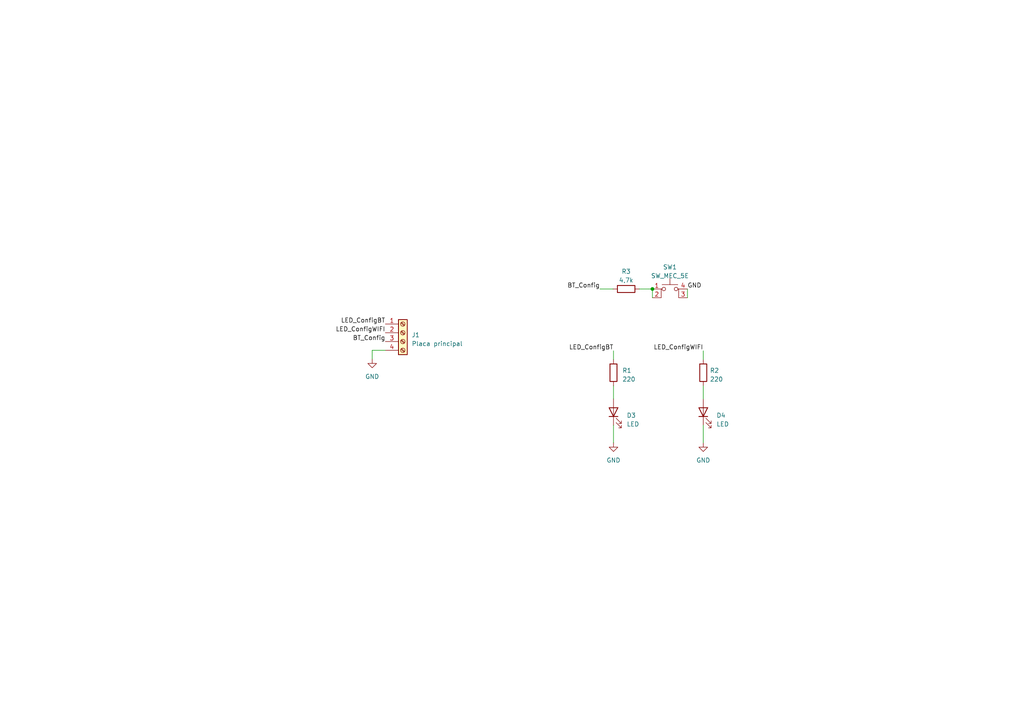
<source format=kicad_sch>
(kicad_sch (version 20230121) (generator eeschema)
  (paper "A4")
  (lib_symbols
    (symbol "Connector:Screw_Terminal_01x04" (pin_names (offset 1.016) hide)
      (property "Reference" "J" (at 0 5.08 0))
      (property "Value" "Screw_Terminal_01x04" (at 0 -7.62 0))
      (symbol "Screw_Terminal_01x04_1_1"
        (rectangle (start -1.27 3.81) (end 1.27 -6.35) (stroke (width 0.254)) (fill (type background)))
        (circle (center 0 -5.08) (radius 0.635) (stroke (width 0.1524)))
        (circle (center 0 -2.54) (radius 0.635) (stroke (width 0.1524)))
        (polyline (pts (xy -0.5334 -4.7498) (xy 0.3302 -5.588)) (stroke (width 0.1524)))
        (polyline (pts (xy -0.5334 -2.2098) (xy 0.3302 -3.048)) (stroke (width 0.1524)))
        (polyline (pts (xy -0.5334 0.3302) (xy 0.3302 -0.508)) (stroke (width 0.1524)))
        (polyline (pts (xy -0.5334 2.8702) (xy 0.3302 2.032)) (stroke (width 0.1524)))
        (polyline (pts (xy -0.3556 -4.572) (xy 0.508 -5.4102)) (stroke (width 0.1524)))
        (polyline (pts (xy -0.3556 -2.032) (xy 0.508 -2.8702)) (stroke (width 0.1524)))
        (polyline (pts (xy -0.3556 0.508) (xy 0.508 -0.3302)) (stroke (width 0.1524)))
        (polyline (pts (xy -0.3556 3.048) (xy 0.508 2.2098)) (stroke (width 0.1524)))
        (circle (center 0 0) (radius 0.635) (stroke (width 0.1524)))
        (circle (center 0 2.54) (radius 0.635) (stroke (width 0.1524)))
        (pin passive line (at -5.08 2.54 0) (length 3.81) (name "Pin_1") (number "1"))
        (pin passive line (at -5.08 0 0) (length 3.81) (name "Pin_2") (number "2"))
        (pin passive line (at -5.08 -2.54 0) (length 3.81) (name "Pin_3") (number "3"))
        (pin passive line (at -5.08 -5.08 0) (length 3.81) (name "Pin_4") (number "4"))
      )
    )
    (symbol "Device:LED" (pin_numbers hide) (pin_names (offset 1.016) hide)
      (property "Reference" "D" (at 0 2.54 0))
      (property "Value" "LED" (at 0 -2.54 0))
      (symbol "LED_0_1"
        (polyline (pts (xy -1.27 -1.27) (xy -1.27 1.27)) (stroke (width 0.254)))
        (polyline (pts (xy -1.27 0) (xy 1.27 0)))
        (polyline (pts (xy 1.27 -1.27) (xy 1.27 1.27) (xy -1.27 0) (xy 1.27 -1.27)) (stroke (width 0.254)))
        (polyline (pts (xy -3.048 -0.762) (xy -4.572 -2.286) (xy -3.81 -2.286) (xy -4.572 -2.286) (xy -4.572 -1.524)))
        (polyline (pts (xy -1.778 -0.762) (xy -3.302 -2.286) (xy -2.54 -2.286) (xy -3.302 -2.286) (xy -3.302 -1.524)))
      )
      (symbol "LED_1_1"
        (pin passive line (at -3.81 0 0) (length 2.54) (name "K") (number "1"))
        (pin passive line (at 3.81 0 180) (length 2.54) (name "A") (number "2"))
      )
    )
    (symbol "Device:R" (pin_numbers hide) (pin_names (offset 0))
      (property "Reference" "R" (at 2.032 0 90))
      (property "Value" "R" (at 0 0 90))
      (symbol "R_0_1"
        (rectangle (start -1.016 -2.54) (end 1.016 2.54) (stroke (width 0.254)))
      )
      (symbol "R_1_1"
        (pin passive line (at 0 3.81 270) (length 1.27) (name "~") (number "1"))
        (pin passive line (at 0 -3.81 90) (length 1.27) (name "~") (number "2"))
      )
    )
    (symbol "Switch:SW_MEC_5E" (pin_names (offset 1.016) hide)
      (property "Reference" "SW" (at 0.635 5.715 0))
      (property "Value" "SW_MEC_5E" (at 0 -3.175 0))
      (symbol "SW_MEC_5E_0_1"
        (circle (center -1.778 2.54) (radius 0.508))
        (polyline (pts (xy -2.286 3.81) (xy 2.286 3.81)))
        (polyline (pts (xy 0 3.81) (xy 0 5.588)))
        (polyline (pts (xy -2.54 0) (xy -2.54 2.54) (xy -2.286 2.54)))
        (polyline (pts (xy 2.54 0) (xy 2.54 2.54) (xy 2.286 2.54)))
        (circle (center 1.778 2.54) (radius 0.508))
        (pin passive line (at -5.08 2.54 0) (length 2.54) (name "1") (number "1"))
        (pin passive line (at -5.08 0 0) (length 2.54) (name "2") (number "2"))
        (pin passive line (at 5.08 0 180) (length 2.54) (name "K") (number "3"))
        (pin passive line (at 5.08 2.54 180) (length 2.54) (name "A") (number "4"))
      )
    )
    (symbol "power:GND" (power) (pin_names (offset 0))
      (property "Value" "GND" (at 0 -3.81 0))
      (symbol "GND_0_1"
        (polyline (pts (xy 0 0) (xy 0 -1.27) (xy 1.27 -1.27) (xy 0 -2.54) (xy -1.27 -1.27) (xy 0 -1.27)))
      )
      (symbol "GND_1_1"
        (pin power_in line (at 0 0 270) (length 0) hide (name "GND") (number "1"))
      )
    )
  )
  (junction (at 189.23 83.82))
  (wire (pts (xy 177.9373 111.9091) (xy 177.9373 115.7191)))
  (wire (pts (xy 173.99 83.82) (xy 177.8 83.82)))
  (wire (pts (xy 203.9723 101.7491) (xy 203.9723 104.2891)))
  (wire (pts (xy 185.42 83.82) (xy 189.23 83.82)))
  (wire (pts (xy 189.23 83.82) (xy 189.23 86.36)))
  (wire (pts (xy 199.39 83.82) (xy 199.39 86.36)))
  (wire (pts (xy 177.9373 101.7491) (xy 177.9373 104.2891)))
  (wire (pts (xy 107.95 104.14) (xy 107.95 101.6)))
  (wire (pts (xy 107.95 101.6) (xy 111.76 101.6)))
  (wire (pts (xy 203.9723 111.9091) (xy 203.9723 115.7191)))
  (wire (pts (xy 203.9723 128.4191) (xy 203.9723 123.3391)))
  (wire (pts (xy 177.9373 128.4191) (xy 177.9373 123.3391)))
  (label "BT_Config" (at 111.76 99.06 180))
  (label "GND" (at 199.39 83.82 0))
  (label "LED_ConfigWIFI" (at 111.76 96.52 180))
  (label "LED_ConfigBT" (at 177.9373 101.7491 180))
  (label "LED_ConfigBT" (at 111.76 93.98 180))
  (label "LED_ConfigWIFI" (at 203.9723 101.7491 180))
  (label "BT_Config" (at 173.99 83.82 180))
  (symbol (lib_id "Connector:Screw_Terminal_01x04") (at 116.84 96.52 0) (unit 1)
    (property "Reference" "J1" (at 119.38 97.155 0) (effects (justify left)))
    (property "Value" "Placa principal" (at 119.38 99.695 0) (effects (justify left)))
    (property "Footprint" "Connector_PinHeader_2.54mm:PinHeader_1x04_P2.54mm_Horizontal" (effects hide))
  )
  (symbol (lib_id "Device:R") (at 181.61 83.82 90) (unit 1)
    (property "Reference" "R3" (at 181.61 78.74 90))
    (property "Value" "4,7k" (at 181.61 81.28 90))
    (property "Footprint" "Resistor_SMD:R_1206_3216Metric_Pad1.30x1.75mm_HandSolder" (effects hide))
  )
  (symbol (lib_id "Switch:SW_MEC_5E") (at 194.31 86.36 0) (unit 1)
    (property "Reference" "SW1" (at 194.31 77.47 0))
    (property "Value" "SW_MEC_5E" (at 194.31 80.01 0))
    (property "Footprint" "EESTN5:Pulsador_TH_4" (effects hide))
    (property "Datasheet" "http://www.apem.com/int/index.php?controller=attachment&id_attachment=1371" (effects hide))
  )
  (symbol (lib_id "Device:LED") (at 203.9723 119.5291 90) (unit 1)
    (property "Reference" "D4" (at 207.7823 120.4816 90) (effects (justify right)))
    (property "Value" "LED" (at 207.7823 123.0216 90) (effects (justify right)))
    (property "Footprint" "LED_THT:LED_D3.0mm" (effects hide))
  )
  (symbol (lib_id "Device:R") (at 177.9373 108.0991 0) (unit 1)
    (property "Reference" "R1" (at 180.4773 107.4641 0) (effects (justify left)))
    (property "Value" "220" (at 180.4773 110.0041 0) (effects (justify left)))
    (property "Footprint" "Resistor_SMD:R_1206_3216Metric_Pad1.30x1.75mm_HandSolder" (effects hide))
  )
  (symbol (lib_id "Device:R") (at 203.9723 108.0991 0) (unit 1)
    (property "Reference" "R2" (at 205.8773 107.4641 0) (effects (justify left)))
    (property "Value" "220" (at 205.8773 110.0041 0) (effects (justify left)))
    (property "Footprint" "Resistor_SMD:R_1206_3216Metric_Pad1.30x1.75mm_HandSolder" (effects hide))
  )
  (symbol (lib_id "power:GND") (at 107.95 104.14 0) (unit 1)
    (property "Reference" "#PWR03" (effects hide))
    (property "Value" "GND" (at 107.95 109.22 0))
  )
  (symbol (lib_id "power:GND") (at 177.9373 128.4191 0) (unit 1)
    (property "Reference" "#PWR01" (effects hide))
    (property "Value" "GND" (at 177.9373 133.4991 0))
  )
  (symbol (lib_id "power:GND") (at 203.9723 128.4191 0) (unit 1)
    (property "Reference" "#PWR02" (effects hide))
    (property "Value" "GND" (at 203.9723 133.4991 0))
  )
  (symbol (lib_id "Device:LED") (at 177.9373 119.5291 90) (unit 1)
    (property "Reference" "D3" (at 181.7473 120.4816 90) (effects (justify right)))
    (property "Value" "LED" (at 181.7473 123.0216 90) (effects (justify right)))
    (property "Footprint" "LED_THT:LED_D3.0mm" (effects hide))
  )
)
</source>
